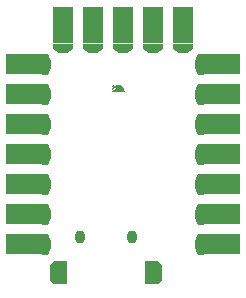
<source format=gbs>
G04 DipTrace 2.4.0.2*
%INUSBBiPowerOTG.gbs*%
%MOMM*%
%ADD95O,0.903X1.103*%
%ADD97R,1.75X2.082*%
%ADD113R,1.75X2.05*%
%ADD114R,1.75X1.65*%
%ADD120R,2.05X1.75*%
%ADD121R,1.65X1.75*%
%FSLAX53Y53*%
G04*
G71*
G90*
G75*
G01*
%LNBotMask*%
%LPD*%
D121*
X26518Y13818D3*
G36*
X25243Y14693D2*
X25748D1*
Y12943D1*
X25243D1*
X24963Y13487D1*
Y14149D1*
X25243Y14693D1*
G37*
D120*
X27788Y13818D3*
D121*
X11278D3*
G36*
X12553Y12943D2*
X12048D1*
Y14693D1*
X12553D1*
X12833Y14149D1*
Y13487D1*
X12553Y12943D1*
G37*
D120*
X10008Y13818D3*
D121*
X26518Y29058D3*
G36*
X25243Y29933D2*
X25748D1*
Y28183D1*
X25243D1*
X24963Y28727D1*
Y29389D1*
X25243Y29933D1*
G37*
D120*
X27788Y29058D3*
D121*
X26518Y26518D3*
G36*
X25243Y27393D2*
X25748D1*
Y25643D1*
X25243D1*
X24963Y26187D1*
Y26849D1*
X25243Y27393D1*
G37*
D120*
X27788Y26518D3*
D114*
X23978Y31598D3*
G36*
X23103Y30323D2*
Y30828D1*
X24853D1*
Y30323D1*
X24309Y30043D1*
X23647D1*
X23103Y30323D1*
G37*
D113*
X23978Y32868D3*
D121*
X11278Y16358D3*
G36*
X12553Y15483D2*
X12048D1*
Y17233D1*
X12553D1*
X12833Y16689D1*
Y16027D1*
X12553Y15483D1*
G37*
D120*
X10008Y16358D3*
D121*
X11278Y26518D3*
G36*
X12553Y25643D2*
X12048D1*
Y27393D1*
X12553D1*
X12833Y26849D1*
Y26187D1*
X12553Y25643D1*
G37*
D120*
X10008Y26518D3*
D121*
X26518Y16358D3*
G36*
X25243Y17233D2*
X25748D1*
Y15483D1*
X25243D1*
X24963Y16027D1*
Y16689D1*
X25243Y17233D1*
G37*
D120*
X27788Y16358D3*
D121*
X11278Y21438D3*
G36*
X12553Y20563D2*
X12048D1*
Y22313D1*
X12553D1*
X12833Y21769D1*
Y21107D1*
X12553Y20563D1*
G37*
D120*
X10008Y21438D3*
D121*
X26518D3*
G36*
X25243Y22313D2*
X25748D1*
Y20563D1*
X25243D1*
X24963Y21107D1*
Y21769D1*
X25243Y22313D1*
G37*
D120*
X27788Y21438D3*
D114*
X13818Y31598D3*
G36*
X12943Y30323D2*
Y30828D1*
X14693D1*
Y30323D1*
X14149Y30043D1*
X13487D1*
X12943Y30323D1*
G37*
D113*
X13818Y32868D3*
D121*
X11278Y29058D3*
G36*
X12553Y28183D2*
X12048D1*
Y29933D1*
X12553D1*
X12833Y29389D1*
Y28727D1*
X12553Y28183D1*
G37*
D120*
X10008Y29058D3*
G36*
X19051Y26716D2*
X19022Y26907D1*
X18962Y27054D1*
X18886Y27148D1*
X18810Y27224D1*
X18697Y27288D1*
X18632Y27313D1*
X18537Y27334D1*
X18486Y27344D1*
X18404Y27349D1*
X18339Y27326D1*
X18301Y27288D1*
X18275Y27263D1*
X18211Y27250D1*
X18186Y27255D1*
X18135Y27270D1*
X18108Y27301D1*
X18009Y27219D1*
X18059Y27143D1*
Y27125D1*
X17970Y27089D1*
X17958Y27034D1*
X17948Y26932D1*
X18200Y27039D1*
X18232D1*
X18275Y27031D1*
X18285Y27009D1*
X18265Y26958D1*
X18150Y26894D1*
X17978Y26823D1*
X18004Y26773D1*
X18067Y26718D1*
X18258Y26793D1*
X18251Y26755D1*
Y26716D1*
X19051D1*
G37*
D114*
X21438Y31598D3*
X18898D3*
X16358D3*
G36*
X18023Y30323D2*
Y30828D1*
X19773D1*
Y30323D1*
X19229Y30043D1*
X18567D1*
X18023Y30323D1*
G37*
G36*
X20563D2*
Y30823D1*
X22313D1*
Y30323D1*
X21769Y30043D1*
X21107D1*
X20563Y30323D1*
G37*
D97*
X21438Y32868D3*
G36*
X15483Y30323D2*
Y30828D1*
X17233D1*
Y30323D1*
X16689Y30043D1*
X16027D1*
X15483Y30323D1*
G37*
D97*
X18898Y32868D3*
X16358D3*
D95*
X15227Y14410D3*
X19677D3*
G36*
X22179Y12042D2*
Y10778D1*
X21848Y10435D1*
X20727D1*
Y12385D1*
X21848D1*
X22179Y12042D1*
G37*
G36*
X12725Y10778D2*
Y12042D1*
X13057Y12385D1*
X14177D1*
Y10435D1*
X13057D1*
X12725Y10778D1*
G37*
D121*
X26518Y18898D3*
G36*
X25243Y19773D2*
X25748D1*
Y18023D1*
X25243D1*
X24963Y18567D1*
Y19229D1*
X25243Y19773D1*
G37*
D120*
X27788Y18898D3*
D121*
X11278Y23978D3*
G36*
X12553Y23103D2*
X12048D1*
Y24853D1*
X12553D1*
X12833Y24309D1*
Y23647D1*
X12553Y23103D1*
G37*
D120*
X10008Y23978D3*
D121*
X26518D3*
G36*
X25243Y24853D2*
X25748D1*
Y23103D1*
X25243D1*
X24963Y23647D1*
Y24309D1*
X25243Y24853D1*
G37*
D120*
X27788Y23978D3*
D121*
X11278Y18898D3*
G36*
X12553Y18023D2*
X12048D1*
Y19773D1*
X12553D1*
X12833Y19229D1*
Y18567D1*
X12553Y18023D1*
G37*
D120*
X10008Y18898D3*
M02*

</source>
